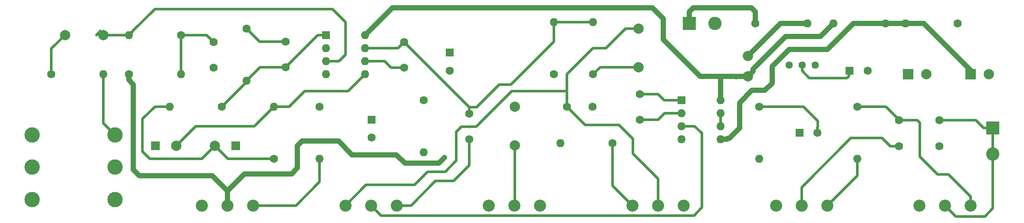
<source format=gtl>
G04 #@! TF.GenerationSoftware,KiCad,Pcbnew,(5.1.4)-1*
G04 #@! TF.CreationDate,2020-03-07T15:09:51+01:00*
G04 #@! TF.ProjectId,Lead-12-5010,4c656164-2d31-4322-9d35-3031302e6b69,rev?*
G04 #@! TF.SameCoordinates,Original*
G04 #@! TF.FileFunction,Copper,L1,Top*
G04 #@! TF.FilePolarity,Positive*
%FSLAX46Y46*%
G04 Gerber Fmt 4.6, Leading zero omitted, Abs format (unit mm)*
G04 Created by KiCad (PCBNEW (5.1.4)-1) date 2020-03-07 15:09:51*
%MOMM*%
%LPD*%
G04 APERTURE LIST*
%ADD10C,2.600000*%
%ADD11R,2.600000X2.600000*%
%ADD12O,1.600000X1.600000*%
%ADD13C,1.600000*%
%ADD14C,2.340000*%
%ADD15C,3.000000*%
%ADD16C,2.000000*%
%ADD17R,1.600000X1.600000*%
%ADD18R,2.000000X2.000000*%
%ADD19C,1.440000*%
%ADD20R,1.700000X1.700000*%
%ADD21C,1.000000*%
%ADD22C,0.500000*%
%ADD23C,1.000000*%
G04 APERTURE END LIST*
D10*
X213026000Y-92964000D03*
D11*
X208026000Y-92964000D03*
D12*
X93735000Y-102870000D03*
D13*
X83575000Y-102870000D03*
X108848000Y-95250000D03*
D12*
X98688000Y-95250000D03*
D13*
X98679000Y-102870000D03*
D12*
X108839000Y-102870000D03*
D13*
X189230000Y-102870000D03*
D12*
X189230000Y-92710000D03*
D14*
X206900000Y-128524000D03*
X201900000Y-128524000D03*
X196900000Y-128524000D03*
X122900000Y-128500000D03*
X117900000Y-128500000D03*
X112900000Y-128500000D03*
X252900000Y-128524000D03*
X257900000Y-128524000D03*
X262900000Y-128524000D03*
X178910000Y-128500000D03*
X173910000Y-128500000D03*
X168910000Y-128500000D03*
X140900000Y-128500000D03*
X145900000Y-128500000D03*
X150900000Y-128500000D03*
D15*
X79800000Y-127300000D03*
X79800000Y-121000000D03*
X79800000Y-114700000D03*
X96000000Y-127300000D03*
X96000000Y-121000000D03*
X96000000Y-114700000D03*
D16*
X198120000Y-101480000D03*
X198120000Y-93980000D03*
X173990000Y-116720000D03*
X173990000Y-109220000D03*
X86235000Y-95250000D03*
X93735000Y-95250000D03*
D17*
X161290000Y-98679000D03*
D13*
X161290000Y-102179000D03*
D16*
X107950000Y-116840000D03*
X115450000Y-116840000D03*
D17*
X146050000Y-111760000D03*
D13*
X146050000Y-115260000D03*
X152400000Y-96600000D03*
X152400000Y-101600000D03*
X165100000Y-115570000D03*
X165100000Y-110570000D03*
D14*
X234900000Y-128524000D03*
X229900000Y-128524000D03*
X224900000Y-128524000D03*
D13*
X121666000Y-93980000D03*
D12*
X121666000Y-104140000D03*
X106680000Y-109220000D03*
D13*
X116840000Y-109220000D03*
X135890000Y-109220000D03*
D12*
X135890000Y-119380000D03*
D13*
X127000000Y-119380000D03*
D12*
X127000000Y-109220000D03*
X156210000Y-118110000D03*
D13*
X156210000Y-107950000D03*
D12*
X181610000Y-92710000D03*
D13*
X181610000Y-102870000D03*
D12*
X182880000Y-116332000D03*
D13*
X193040000Y-116332000D03*
D12*
X240792000Y-119380000D03*
D13*
X240792000Y-109220000D03*
D17*
X137160000Y-95250000D03*
D12*
X144780000Y-102870000D03*
X137160000Y-97790000D03*
X144780000Y-100330000D03*
X137160000Y-100330000D03*
X144780000Y-97790000D03*
X137160000Y-102870000D03*
X144780000Y-95250000D03*
D17*
X239268000Y-102235000D03*
D13*
X242768000Y-102235000D03*
D18*
X262890000Y-102870000D03*
D16*
X266390000Y-102870000D03*
D19*
X227457000Y-101092000D03*
X229997000Y-101092000D03*
X232537000Y-101092000D03*
D17*
X229489000Y-114300000D03*
D13*
X232989000Y-114300000D03*
X221615000Y-109220000D03*
D12*
X221615000Y-119380000D03*
D13*
X198374000Y-111760000D03*
X198374000Y-106760000D03*
D17*
X206502000Y-107950000D03*
D12*
X214122000Y-115570000D03*
X206502000Y-110490000D03*
X214122000Y-113030000D03*
X206502000Y-113030000D03*
X214122000Y-110490000D03*
X206502000Y-115570000D03*
X214122000Y-107950000D03*
D13*
X115189000Y-101600000D03*
X115189000Y-96600000D03*
D12*
X236093000Y-92964000D03*
D13*
X246253000Y-92964000D03*
X260350000Y-92964000D03*
D12*
X250190000Y-92964000D03*
D20*
X103886000Y-116840000D03*
X119507000Y-116840000D03*
D18*
X250698000Y-102870000D03*
D16*
X254198000Y-102870000D03*
X219456000Y-99314000D03*
X219456000Y-103314000D03*
D13*
X220853000Y-92964000D03*
D12*
X231013000Y-92964000D03*
D13*
X129286000Y-96520000D03*
X129286000Y-101520000D03*
X184150000Y-109220000D03*
X189150000Y-109220000D03*
X248920000Y-116887000D03*
X248920000Y-111887000D03*
X256794000Y-116887000D03*
X256794000Y-111887000D03*
D11*
X267208000Y-113411000D03*
D10*
X267208000Y-118411000D03*
D21*
X160274000Y-119121869D03*
D22*
X193040000Y-124664000D02*
X196900000Y-128524000D01*
X193040000Y-116840000D02*
X193040000Y-124664000D01*
X184150000Y-109220000D02*
X184150000Y-106172000D01*
X187705970Y-112775970D02*
X184150000Y-109220000D01*
X194257086Y-112775970D02*
X187705970Y-112775970D01*
X196977000Y-115495884D02*
X194257086Y-112775970D01*
X196977000Y-118364000D02*
X196977000Y-115495884D01*
X201900000Y-128524000D02*
X201900000Y-123287000D01*
X201900000Y-123287000D02*
X196977000Y-118364000D01*
X195580000Y-93980000D02*
X198120000Y-93980000D01*
X191770000Y-97790000D02*
X195580000Y-93980000D01*
X189230000Y-97790000D02*
X191770000Y-97790000D01*
X184150000Y-106172000D02*
X184150000Y-102870000D01*
X184150000Y-102870000D02*
X189230000Y-97790000D01*
X173355000Y-106172000D02*
X184150000Y-106172000D01*
X166407111Y-113119889D02*
X173355000Y-106172000D01*
X163564477Y-113119889D02*
X166407111Y-113119889D01*
X160401000Y-121920000D02*
X162560000Y-119761000D01*
X140900000Y-128500000D02*
X144940000Y-124460000D01*
X144940000Y-124460000D02*
X154432000Y-124460000D01*
X154432000Y-124460000D02*
X156972000Y-121920000D01*
X156972000Y-121920000D02*
X160401000Y-121920000D01*
X162560000Y-114124366D02*
X163564477Y-113119889D01*
X162560000Y-119761000D02*
X162560000Y-114124366D01*
X108848000Y-102861000D02*
X108839000Y-102870000D01*
X108848000Y-95250000D02*
X108848000Y-98289000D01*
X108848000Y-98289000D02*
X108848000Y-102861000D01*
X108886000Y-98251000D02*
X108848000Y-98289000D01*
X113839000Y-95250000D02*
X115189000Y-96600000D01*
X108848000Y-95250000D02*
X113839000Y-95250000D01*
X121666000Y-104394000D02*
X121666000Y-104140000D01*
X116840000Y-109220000D02*
X121666000Y-104394000D01*
X124286000Y-101520000D02*
X129286000Y-101520000D01*
X121666000Y-104140000D02*
X124286000Y-101520000D01*
X135556000Y-95250000D02*
X137160000Y-95250000D01*
X129286000Y-101520000D02*
X135556000Y-95250000D01*
X93735000Y-112435000D02*
X96000000Y-114700000D01*
X93735000Y-102870000D02*
X93735000Y-112435000D01*
X83575000Y-97910000D02*
X86235000Y-95250000D01*
X83575000Y-102870000D02*
X83575000Y-97910000D01*
D23*
X117900000Y-125608410D02*
X117900000Y-128500000D01*
X262890000Y-102140000D02*
X262890000Y-102870000D01*
X250190000Y-92964000D02*
X253714000Y-92964000D01*
X253714000Y-92964000D02*
X262890000Y-102140000D01*
X159131000Y-120269000D02*
X160278131Y-119121869D01*
X152527000Y-120269000D02*
X159131000Y-120269000D01*
X150876000Y-118618000D02*
X152527000Y-120269000D01*
X142240000Y-118618000D02*
X150876000Y-118618000D01*
X139573000Y-115951000D02*
X142240000Y-118618000D01*
X121186980Y-122321430D02*
X130408570Y-122321430D01*
X117900000Y-125608410D02*
X121186980Y-122321430D01*
X130408570Y-122321430D02*
X131572000Y-121158000D01*
X131572000Y-121158000D02*
X131572000Y-116840000D01*
X131572000Y-116840000D02*
X132461000Y-115951000D01*
X132461000Y-115951000D02*
X139573000Y-115951000D01*
X234950000Y-98044000D02*
X240030000Y-92964000D01*
X224155000Y-101346000D02*
X227457000Y-98044000D01*
X224155000Y-104648000D02*
X224155000Y-101346000D01*
X222758000Y-106045000D02*
X224155000Y-104648000D01*
X220218000Y-106045000D02*
X222758000Y-106045000D01*
X215253370Y-115570000D02*
X215380370Y-115443000D01*
X240030000Y-92964000D02*
X250190000Y-92964000D01*
X214122000Y-115570000D02*
X215253370Y-115570000D01*
X215380370Y-115443000D02*
X215773000Y-115443000D01*
X215773000Y-115443000D02*
X217805000Y-113411000D01*
X227457000Y-98044000D02*
X234950000Y-98044000D01*
X217805000Y-113411000D02*
X217805000Y-108458000D01*
X217805000Y-108458000D02*
X220218000Y-106045000D01*
X114973590Y-122682000D02*
X117900000Y-125608410D01*
X100711000Y-122682000D02*
X114973590Y-122682000D01*
X99568000Y-121539000D02*
X100711000Y-122682000D01*
X99568000Y-104890370D02*
X99568000Y-121539000D01*
X98679000Y-104001370D02*
X99568000Y-104890370D01*
X98679000Y-102870000D02*
X98679000Y-104001370D01*
X220853000Y-90678000D02*
X220853000Y-92964000D01*
X220100010Y-89925010D02*
X220853000Y-90678000D01*
X208764990Y-89925010D02*
X220100010Y-89925010D01*
X208026000Y-92964000D02*
X208026000Y-90664000D01*
X208026000Y-90664000D02*
X208764990Y-89925010D01*
D22*
X135890000Y-123906494D02*
X135890000Y-119380000D01*
X131297430Y-128499064D02*
X135890000Y-123906494D01*
X126770936Y-128499064D02*
X131297430Y-128499064D01*
X122900000Y-128500000D02*
X126770000Y-128500000D01*
X126770000Y-128500000D02*
X126770936Y-128499064D01*
X119380000Y-119380000D02*
X127000000Y-119380000D01*
X117990000Y-119380000D02*
X119380000Y-119380000D01*
X115450000Y-116840000D02*
X117990000Y-119380000D01*
X101346000Y-111633000D02*
X103759000Y-109220000D01*
X106680000Y-109220000D02*
X103759000Y-109220000D01*
X115450000Y-116840000D02*
X112910000Y-119380000D01*
X112910000Y-119380000D02*
X102743000Y-119380000D01*
X102743000Y-119380000D02*
X101346000Y-117983000D01*
X101346000Y-117983000D02*
X101346000Y-111633000D01*
X173990000Y-116720000D02*
X173990000Y-128420000D01*
X203200000Y-110490000D02*
X206502000Y-110490000D01*
X198374000Y-111760000D02*
X201930000Y-111760000D01*
X201930000Y-111760000D02*
X203200000Y-110490000D01*
X239141000Y-102362000D02*
X239268000Y-102235000D01*
X239141000Y-103251000D02*
X239141000Y-102362000D01*
X238760000Y-103632000D02*
X239141000Y-103251000D01*
X231394000Y-103632000D02*
X238760000Y-103632000D01*
X229997000Y-101092000D02*
X229997000Y-102235000D01*
X229997000Y-102235000D02*
X231394000Y-103632000D01*
X201930000Y-106760000D02*
X198374000Y-106760000D01*
X206502000Y-107950000D02*
X203120000Y-107950000D01*
X203120000Y-107950000D02*
X201930000Y-106760000D01*
X151210000Y-97790000D02*
X152400000Y-96600000D01*
X144780000Y-97790000D02*
X151210000Y-97790000D01*
X165100000Y-109300000D02*
X152400000Y-96600000D01*
X165100000Y-110570000D02*
X165100000Y-109300000D01*
X181610000Y-96520000D02*
X181610000Y-92710000D01*
X173228000Y-104902000D02*
X181610000Y-96520000D01*
X170942000Y-104902000D02*
X173228000Y-104902000D01*
X165100000Y-109300000D02*
X166544000Y-109300000D01*
X166544000Y-109300000D02*
X170942000Y-104902000D01*
X181610000Y-92710000D02*
X189230000Y-92710000D01*
X147844001Y-130444001D02*
X145900000Y-128500000D01*
X208899999Y-130444001D02*
X147844001Y-130444001D01*
X210439000Y-128905000D02*
X208899999Y-130444001D01*
X210439000Y-114427000D02*
X210439000Y-128905000D01*
X206502000Y-113030000D02*
X209042000Y-113030000D01*
X209042000Y-113030000D02*
X210439000Y-114427000D01*
X214122000Y-110490000D02*
X214122000Y-113030000D01*
X141478000Y-106172000D02*
X144780000Y-102870000D01*
X132969000Y-106172000D02*
X141478000Y-106172000D01*
X127000000Y-109220000D02*
X129921000Y-109220000D01*
X129921000Y-109220000D02*
X132969000Y-106172000D01*
X123190000Y-113030000D02*
X127000000Y-109220000D01*
X107950000Y-116840000D02*
X111760000Y-113030000D01*
X111760000Y-113030000D02*
X123190000Y-113030000D01*
X190620000Y-101480000D02*
X189230000Y-102870000D01*
X198120000Y-101480000D02*
X190620000Y-101480000D01*
X240792000Y-122682000D02*
X240792000Y-119380000D01*
X236119999Y-127354001D02*
X240792000Y-122682000D01*
X234900000Y-128524000D02*
X236069999Y-127354001D01*
X236069999Y-127354001D02*
X236119999Y-127354001D01*
X93137999Y-94450001D02*
X93137999Y-94441001D01*
X92338000Y-95250000D02*
X93137999Y-94450001D01*
X139700000Y-100330000D02*
X137160000Y-100330000D01*
X140970000Y-99060000D02*
X139700000Y-100330000D01*
X140970000Y-92710000D02*
X140970000Y-99060000D01*
X138430000Y-90170000D02*
X140970000Y-92710000D01*
X99487999Y-94441001D02*
X103759000Y-90170000D01*
X99487999Y-94450001D02*
X99487999Y-94441001D01*
X98688000Y-95250000D02*
X99487999Y-94450001D01*
X103759000Y-90170000D02*
X138430000Y-90170000D01*
X93735000Y-95250000D02*
X98688000Y-95250000D01*
X124206000Y-96520000D02*
X129286000Y-96520000D01*
X121666000Y-93980000D02*
X124206000Y-96520000D01*
X152400000Y-101600000D02*
X149860000Y-101600000D01*
X149860000Y-101600000D02*
X148590000Y-100330000D01*
X148590000Y-100330000D02*
X144780000Y-100330000D01*
X165100000Y-117094000D02*
X165100000Y-115570000D01*
X165100000Y-120650000D02*
X165100000Y-117094000D01*
X162052000Y-123698000D02*
X165100000Y-120650000D01*
X158496000Y-123698000D02*
X162052000Y-123698000D01*
X150900000Y-128500000D02*
X153694000Y-128500000D01*
X153694000Y-128500000D02*
X158496000Y-123698000D01*
X232989000Y-113168630D02*
X233045000Y-113112630D01*
X232989000Y-114300000D02*
X232989000Y-113168630D01*
X233045000Y-113112630D02*
X233045000Y-112014000D01*
X230251000Y-109220000D02*
X221615000Y-109220000D01*
X233045000Y-112014000D02*
X230251000Y-109220000D01*
X248920000Y-111760000D02*
X246380000Y-109220000D01*
X246380000Y-109220000D02*
X242316000Y-109220000D01*
X252476000Y-111887000D02*
X248920000Y-111887000D01*
X262900000Y-126756000D02*
X258572000Y-122428000D01*
X262900000Y-128524000D02*
X262900000Y-126756000D01*
X258572000Y-122428000D02*
X256413000Y-122428000D01*
X256413000Y-122428000D02*
X252984000Y-118999000D01*
X252984000Y-118999000D02*
X252984000Y-112395000D01*
X252984000Y-112395000D02*
X252476000Y-111887000D01*
X242316000Y-109220000D02*
X240792000Y-109220000D01*
X247189000Y-116887000D02*
X248920000Y-116887000D01*
X245618000Y-115316000D02*
X247189000Y-116887000D01*
X239522000Y-115316000D02*
X245618000Y-115316000D01*
X229900000Y-128524000D02*
X229900000Y-124938000D01*
X229900000Y-124938000D02*
X239522000Y-115316000D01*
D23*
X225806000Y-92964000D02*
X231013000Y-92964000D01*
X219456000Y-99314000D02*
X225806000Y-92964000D01*
X210121000Y-103314000D02*
X202946000Y-96139000D01*
X202946000Y-92075000D02*
X200796010Y-89925010D01*
X202946000Y-96139000D02*
X202946000Y-92075000D01*
X150104990Y-89925010D02*
X144780000Y-95250000D01*
X200796010Y-89925010D02*
X150104990Y-89925010D01*
X220455999Y-102314001D02*
X220455999Y-101870001D01*
X219456000Y-103314000D02*
X220455999Y-102314001D01*
X220455999Y-101870001D02*
X226822000Y-95504000D01*
X226822000Y-95504000D02*
X233553000Y-95504000D01*
X233553000Y-95504000D02*
X236093000Y-92964000D01*
X217170000Y-103378000D02*
X217234000Y-103314000D01*
X214122000Y-107950000D02*
X214122000Y-103378000D01*
X219456000Y-103314000D02*
X217234000Y-103314000D01*
X217234000Y-103314000D02*
X210121000Y-103314000D01*
D22*
X267208000Y-129032000D02*
X267208000Y-118411000D01*
X265615010Y-130624990D02*
X267208000Y-129032000D01*
X257900000Y-128524000D02*
X260000990Y-130624990D01*
X260000990Y-130624990D02*
X265615010Y-130624990D01*
X267208000Y-118411000D02*
X267208000Y-113411000D01*
X263884000Y-111887000D02*
X256794000Y-111887000D01*
X267208000Y-113411000D02*
X265408000Y-113411000D01*
X265408000Y-113411000D02*
X263884000Y-111887000D01*
M02*

</source>
